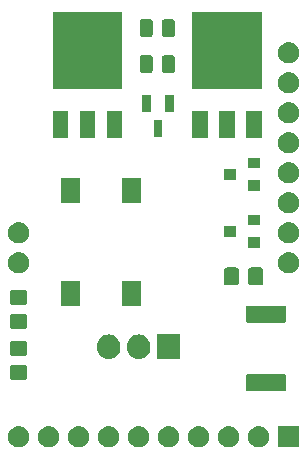
<source format=gbr>
G04 #@! TF.GenerationSoftware,KiCad,Pcbnew,5.1.5+dfsg1-2build2*
G04 #@! TF.CreationDate,2020-10-04T20:54:39+02:00*
G04 #@! TF.ProjectId,transistor_board,7472616e-7369-4737-946f-725f626f6172,rev?*
G04 #@! TF.SameCoordinates,Original*
G04 #@! TF.FileFunction,Soldermask,Bot*
G04 #@! TF.FilePolarity,Negative*
%FSLAX46Y46*%
G04 Gerber Fmt 4.6, Leading zero omitted, Abs format (unit mm)*
G04 Created by KiCad (PCBNEW 5.1.5+dfsg1-2build2) date 2020-10-04 20:54:39*
%MOMM*%
%LPD*%
G04 APERTURE LIST*
%ADD10C,0.100000*%
G04 APERTURE END LIST*
D10*
G36*
X138061000Y-134886000D02*
G01*
X136259000Y-134886000D01*
X136259000Y-133084000D01*
X138061000Y-133084000D01*
X138061000Y-134886000D01*
G37*
G36*
X134733512Y-133088927D02*
G01*
X134882812Y-133118624D01*
X135046784Y-133186544D01*
X135194354Y-133285147D01*
X135319853Y-133410646D01*
X135418456Y-133558216D01*
X135486376Y-133722188D01*
X135521000Y-133896259D01*
X135521000Y-134073741D01*
X135486376Y-134247812D01*
X135418456Y-134411784D01*
X135319853Y-134559354D01*
X135194354Y-134684853D01*
X135046784Y-134783456D01*
X134882812Y-134851376D01*
X134733512Y-134881073D01*
X134708742Y-134886000D01*
X134531258Y-134886000D01*
X134506488Y-134881073D01*
X134357188Y-134851376D01*
X134193216Y-134783456D01*
X134045646Y-134684853D01*
X133920147Y-134559354D01*
X133821544Y-134411784D01*
X133753624Y-134247812D01*
X133719000Y-134073741D01*
X133719000Y-133896259D01*
X133753624Y-133722188D01*
X133821544Y-133558216D01*
X133920147Y-133410646D01*
X134045646Y-133285147D01*
X134193216Y-133186544D01*
X134357188Y-133118624D01*
X134506488Y-133088927D01*
X134531258Y-133084000D01*
X134708742Y-133084000D01*
X134733512Y-133088927D01*
G37*
G36*
X114413512Y-133088927D02*
G01*
X114562812Y-133118624D01*
X114726784Y-133186544D01*
X114874354Y-133285147D01*
X114999853Y-133410646D01*
X115098456Y-133558216D01*
X115166376Y-133722188D01*
X115201000Y-133896259D01*
X115201000Y-134073741D01*
X115166376Y-134247812D01*
X115098456Y-134411784D01*
X114999853Y-134559354D01*
X114874354Y-134684853D01*
X114726784Y-134783456D01*
X114562812Y-134851376D01*
X114413512Y-134881073D01*
X114388742Y-134886000D01*
X114211258Y-134886000D01*
X114186488Y-134881073D01*
X114037188Y-134851376D01*
X113873216Y-134783456D01*
X113725646Y-134684853D01*
X113600147Y-134559354D01*
X113501544Y-134411784D01*
X113433624Y-134247812D01*
X113399000Y-134073741D01*
X113399000Y-133896259D01*
X113433624Y-133722188D01*
X113501544Y-133558216D01*
X113600147Y-133410646D01*
X113725646Y-133285147D01*
X113873216Y-133186544D01*
X114037188Y-133118624D01*
X114186488Y-133088927D01*
X114211258Y-133084000D01*
X114388742Y-133084000D01*
X114413512Y-133088927D01*
G37*
G36*
X116953512Y-133088927D02*
G01*
X117102812Y-133118624D01*
X117266784Y-133186544D01*
X117414354Y-133285147D01*
X117539853Y-133410646D01*
X117638456Y-133558216D01*
X117706376Y-133722188D01*
X117741000Y-133896259D01*
X117741000Y-134073741D01*
X117706376Y-134247812D01*
X117638456Y-134411784D01*
X117539853Y-134559354D01*
X117414354Y-134684853D01*
X117266784Y-134783456D01*
X117102812Y-134851376D01*
X116953512Y-134881073D01*
X116928742Y-134886000D01*
X116751258Y-134886000D01*
X116726488Y-134881073D01*
X116577188Y-134851376D01*
X116413216Y-134783456D01*
X116265646Y-134684853D01*
X116140147Y-134559354D01*
X116041544Y-134411784D01*
X115973624Y-134247812D01*
X115939000Y-134073741D01*
X115939000Y-133896259D01*
X115973624Y-133722188D01*
X116041544Y-133558216D01*
X116140147Y-133410646D01*
X116265646Y-133285147D01*
X116413216Y-133186544D01*
X116577188Y-133118624D01*
X116726488Y-133088927D01*
X116751258Y-133084000D01*
X116928742Y-133084000D01*
X116953512Y-133088927D01*
G37*
G36*
X119493512Y-133088927D02*
G01*
X119642812Y-133118624D01*
X119806784Y-133186544D01*
X119954354Y-133285147D01*
X120079853Y-133410646D01*
X120178456Y-133558216D01*
X120246376Y-133722188D01*
X120281000Y-133896259D01*
X120281000Y-134073741D01*
X120246376Y-134247812D01*
X120178456Y-134411784D01*
X120079853Y-134559354D01*
X119954354Y-134684853D01*
X119806784Y-134783456D01*
X119642812Y-134851376D01*
X119493512Y-134881073D01*
X119468742Y-134886000D01*
X119291258Y-134886000D01*
X119266488Y-134881073D01*
X119117188Y-134851376D01*
X118953216Y-134783456D01*
X118805646Y-134684853D01*
X118680147Y-134559354D01*
X118581544Y-134411784D01*
X118513624Y-134247812D01*
X118479000Y-134073741D01*
X118479000Y-133896259D01*
X118513624Y-133722188D01*
X118581544Y-133558216D01*
X118680147Y-133410646D01*
X118805646Y-133285147D01*
X118953216Y-133186544D01*
X119117188Y-133118624D01*
X119266488Y-133088927D01*
X119291258Y-133084000D01*
X119468742Y-133084000D01*
X119493512Y-133088927D01*
G37*
G36*
X122033512Y-133088927D02*
G01*
X122182812Y-133118624D01*
X122346784Y-133186544D01*
X122494354Y-133285147D01*
X122619853Y-133410646D01*
X122718456Y-133558216D01*
X122786376Y-133722188D01*
X122821000Y-133896259D01*
X122821000Y-134073741D01*
X122786376Y-134247812D01*
X122718456Y-134411784D01*
X122619853Y-134559354D01*
X122494354Y-134684853D01*
X122346784Y-134783456D01*
X122182812Y-134851376D01*
X122033512Y-134881073D01*
X122008742Y-134886000D01*
X121831258Y-134886000D01*
X121806488Y-134881073D01*
X121657188Y-134851376D01*
X121493216Y-134783456D01*
X121345646Y-134684853D01*
X121220147Y-134559354D01*
X121121544Y-134411784D01*
X121053624Y-134247812D01*
X121019000Y-134073741D01*
X121019000Y-133896259D01*
X121053624Y-133722188D01*
X121121544Y-133558216D01*
X121220147Y-133410646D01*
X121345646Y-133285147D01*
X121493216Y-133186544D01*
X121657188Y-133118624D01*
X121806488Y-133088927D01*
X121831258Y-133084000D01*
X122008742Y-133084000D01*
X122033512Y-133088927D01*
G37*
G36*
X127113512Y-133088927D02*
G01*
X127262812Y-133118624D01*
X127426784Y-133186544D01*
X127574354Y-133285147D01*
X127699853Y-133410646D01*
X127798456Y-133558216D01*
X127866376Y-133722188D01*
X127901000Y-133896259D01*
X127901000Y-134073741D01*
X127866376Y-134247812D01*
X127798456Y-134411784D01*
X127699853Y-134559354D01*
X127574354Y-134684853D01*
X127426784Y-134783456D01*
X127262812Y-134851376D01*
X127113512Y-134881073D01*
X127088742Y-134886000D01*
X126911258Y-134886000D01*
X126886488Y-134881073D01*
X126737188Y-134851376D01*
X126573216Y-134783456D01*
X126425646Y-134684853D01*
X126300147Y-134559354D01*
X126201544Y-134411784D01*
X126133624Y-134247812D01*
X126099000Y-134073741D01*
X126099000Y-133896259D01*
X126133624Y-133722188D01*
X126201544Y-133558216D01*
X126300147Y-133410646D01*
X126425646Y-133285147D01*
X126573216Y-133186544D01*
X126737188Y-133118624D01*
X126886488Y-133088927D01*
X126911258Y-133084000D01*
X127088742Y-133084000D01*
X127113512Y-133088927D01*
G37*
G36*
X129653512Y-133088927D02*
G01*
X129802812Y-133118624D01*
X129966784Y-133186544D01*
X130114354Y-133285147D01*
X130239853Y-133410646D01*
X130338456Y-133558216D01*
X130406376Y-133722188D01*
X130441000Y-133896259D01*
X130441000Y-134073741D01*
X130406376Y-134247812D01*
X130338456Y-134411784D01*
X130239853Y-134559354D01*
X130114354Y-134684853D01*
X129966784Y-134783456D01*
X129802812Y-134851376D01*
X129653512Y-134881073D01*
X129628742Y-134886000D01*
X129451258Y-134886000D01*
X129426488Y-134881073D01*
X129277188Y-134851376D01*
X129113216Y-134783456D01*
X128965646Y-134684853D01*
X128840147Y-134559354D01*
X128741544Y-134411784D01*
X128673624Y-134247812D01*
X128639000Y-134073741D01*
X128639000Y-133896259D01*
X128673624Y-133722188D01*
X128741544Y-133558216D01*
X128840147Y-133410646D01*
X128965646Y-133285147D01*
X129113216Y-133186544D01*
X129277188Y-133118624D01*
X129426488Y-133088927D01*
X129451258Y-133084000D01*
X129628742Y-133084000D01*
X129653512Y-133088927D01*
G37*
G36*
X132193512Y-133088927D02*
G01*
X132342812Y-133118624D01*
X132506784Y-133186544D01*
X132654354Y-133285147D01*
X132779853Y-133410646D01*
X132878456Y-133558216D01*
X132946376Y-133722188D01*
X132981000Y-133896259D01*
X132981000Y-134073741D01*
X132946376Y-134247812D01*
X132878456Y-134411784D01*
X132779853Y-134559354D01*
X132654354Y-134684853D01*
X132506784Y-134783456D01*
X132342812Y-134851376D01*
X132193512Y-134881073D01*
X132168742Y-134886000D01*
X131991258Y-134886000D01*
X131966488Y-134881073D01*
X131817188Y-134851376D01*
X131653216Y-134783456D01*
X131505646Y-134684853D01*
X131380147Y-134559354D01*
X131281544Y-134411784D01*
X131213624Y-134247812D01*
X131179000Y-134073741D01*
X131179000Y-133896259D01*
X131213624Y-133722188D01*
X131281544Y-133558216D01*
X131380147Y-133410646D01*
X131505646Y-133285147D01*
X131653216Y-133186544D01*
X131817188Y-133118624D01*
X131966488Y-133088927D01*
X131991258Y-133084000D01*
X132168742Y-133084000D01*
X132193512Y-133088927D01*
G37*
G36*
X124573512Y-133088927D02*
G01*
X124722812Y-133118624D01*
X124886784Y-133186544D01*
X125034354Y-133285147D01*
X125159853Y-133410646D01*
X125258456Y-133558216D01*
X125326376Y-133722188D01*
X125361000Y-133896259D01*
X125361000Y-134073741D01*
X125326376Y-134247812D01*
X125258456Y-134411784D01*
X125159853Y-134559354D01*
X125034354Y-134684853D01*
X124886784Y-134783456D01*
X124722812Y-134851376D01*
X124573512Y-134881073D01*
X124548742Y-134886000D01*
X124371258Y-134886000D01*
X124346488Y-134881073D01*
X124197188Y-134851376D01*
X124033216Y-134783456D01*
X123885646Y-134684853D01*
X123760147Y-134559354D01*
X123661544Y-134411784D01*
X123593624Y-134247812D01*
X123559000Y-134073741D01*
X123559000Y-133896259D01*
X123593624Y-133722188D01*
X123661544Y-133558216D01*
X123760147Y-133410646D01*
X123885646Y-133285147D01*
X124033216Y-133186544D01*
X124197188Y-133118624D01*
X124346488Y-133088927D01*
X124371258Y-133084000D01*
X124548742Y-133084000D01*
X124573512Y-133088927D01*
G37*
G36*
X136827798Y-128670247D02*
G01*
X136863367Y-128681037D01*
X136896139Y-128698554D01*
X136924869Y-128722131D01*
X136948446Y-128750861D01*
X136965963Y-128783633D01*
X136976753Y-128819202D01*
X136981000Y-128862325D01*
X136981000Y-129921675D01*
X136976753Y-129964798D01*
X136965963Y-130000367D01*
X136948446Y-130033139D01*
X136924869Y-130061869D01*
X136896139Y-130085446D01*
X136863367Y-130102963D01*
X136827798Y-130113753D01*
X136784675Y-130118000D01*
X133725325Y-130118000D01*
X133682202Y-130113753D01*
X133646633Y-130102963D01*
X133613861Y-130085446D01*
X133585131Y-130061869D01*
X133561554Y-130033139D01*
X133544037Y-130000367D01*
X133533247Y-129964798D01*
X133529000Y-129921675D01*
X133529000Y-128862325D01*
X133533247Y-128819202D01*
X133544037Y-128783633D01*
X133561554Y-128750861D01*
X133585131Y-128722131D01*
X133613861Y-128698554D01*
X133646633Y-128681037D01*
X133682202Y-128670247D01*
X133725325Y-128666000D01*
X136784675Y-128666000D01*
X136827798Y-128670247D01*
G37*
G36*
X114888674Y-127911465D02*
G01*
X114926367Y-127922899D01*
X114961103Y-127941466D01*
X114991548Y-127966452D01*
X115016534Y-127996897D01*
X115035101Y-128031633D01*
X115046535Y-128069326D01*
X115051000Y-128114661D01*
X115051000Y-128951339D01*
X115046535Y-128996674D01*
X115035101Y-129034367D01*
X115016534Y-129069103D01*
X114991548Y-129099548D01*
X114961103Y-129124534D01*
X114926367Y-129143101D01*
X114888674Y-129154535D01*
X114843339Y-129159000D01*
X113756661Y-129159000D01*
X113711326Y-129154535D01*
X113673633Y-129143101D01*
X113638897Y-129124534D01*
X113608452Y-129099548D01*
X113583466Y-129069103D01*
X113564899Y-129034367D01*
X113553465Y-128996674D01*
X113549000Y-128951339D01*
X113549000Y-128114661D01*
X113553465Y-128069326D01*
X113564899Y-128031633D01*
X113583466Y-127996897D01*
X113608452Y-127966452D01*
X113638897Y-127941466D01*
X113673633Y-127922899D01*
X113711326Y-127911465D01*
X113756661Y-127907000D01*
X114843339Y-127907000D01*
X114888674Y-127911465D01*
G37*
G36*
X122116720Y-125328520D02*
G01*
X122305881Y-125385901D01*
X122480212Y-125479083D01*
X122633015Y-125604485D01*
X122758417Y-125757288D01*
X122802182Y-125839167D01*
X122851598Y-125931617D01*
X122851599Y-125931620D01*
X122908980Y-126120781D01*
X122923500Y-126268207D01*
X122923500Y-126461794D01*
X122908980Y-126609220D01*
X122851599Y-126798381D01*
X122758417Y-126972712D01*
X122633015Y-127125515D01*
X122480212Y-127250917D01*
X122398333Y-127294682D01*
X122305883Y-127344098D01*
X122305880Y-127344099D01*
X122116719Y-127401480D01*
X121920000Y-127420855D01*
X121723280Y-127401480D01*
X121534119Y-127344099D01*
X121359788Y-127250917D01*
X121206985Y-127125515D01*
X121081583Y-126972712D01*
X121008951Y-126836827D01*
X120988402Y-126798383D01*
X120988401Y-126798380D01*
X120931020Y-126609219D01*
X120916500Y-126461793D01*
X120916500Y-126268206D01*
X120931020Y-126120780D01*
X120988401Y-125931619D01*
X121081583Y-125757288D01*
X121206985Y-125604485D01*
X121359788Y-125479083D01*
X121534120Y-125385901D01*
X121723281Y-125328520D01*
X121920000Y-125309145D01*
X122116720Y-125328520D01*
G37*
G36*
X124656720Y-125328520D02*
G01*
X124845881Y-125385901D01*
X125020212Y-125479083D01*
X125173015Y-125604485D01*
X125298417Y-125757288D01*
X125342182Y-125839167D01*
X125391598Y-125931617D01*
X125391599Y-125931620D01*
X125448980Y-126120781D01*
X125463500Y-126268207D01*
X125463500Y-126461794D01*
X125448980Y-126609220D01*
X125391599Y-126798381D01*
X125298417Y-126972712D01*
X125173015Y-127125515D01*
X125020212Y-127250917D01*
X124938333Y-127294682D01*
X124845883Y-127344098D01*
X124845880Y-127344099D01*
X124656719Y-127401480D01*
X124460000Y-127420855D01*
X124263280Y-127401480D01*
X124074119Y-127344099D01*
X123899788Y-127250917D01*
X123746985Y-127125515D01*
X123621583Y-126972712D01*
X123548951Y-126836827D01*
X123528402Y-126798383D01*
X123528401Y-126798380D01*
X123471020Y-126609219D01*
X123456500Y-126461793D01*
X123456500Y-126268206D01*
X123471020Y-126120780D01*
X123528401Y-125931619D01*
X123621583Y-125757288D01*
X123746985Y-125604485D01*
X123899788Y-125479083D01*
X124074120Y-125385901D01*
X124263281Y-125328520D01*
X124460000Y-125309145D01*
X124656720Y-125328520D01*
G37*
G36*
X128003500Y-127416000D02*
G01*
X125996500Y-127416000D01*
X125996500Y-125314000D01*
X128003500Y-125314000D01*
X128003500Y-127416000D01*
G37*
G36*
X114888674Y-125861465D02*
G01*
X114926367Y-125872899D01*
X114961103Y-125891466D01*
X114991548Y-125916452D01*
X115016534Y-125946897D01*
X115035101Y-125981633D01*
X115046535Y-126019326D01*
X115051000Y-126064661D01*
X115051000Y-126901339D01*
X115046535Y-126946674D01*
X115035101Y-126984367D01*
X115016534Y-127019103D01*
X114991548Y-127049548D01*
X114961103Y-127074534D01*
X114926367Y-127093101D01*
X114888674Y-127104535D01*
X114843339Y-127109000D01*
X113756661Y-127109000D01*
X113711326Y-127104535D01*
X113673633Y-127093101D01*
X113638897Y-127074534D01*
X113608452Y-127049548D01*
X113583466Y-127019103D01*
X113564899Y-126984367D01*
X113553465Y-126946674D01*
X113549000Y-126901339D01*
X113549000Y-126064661D01*
X113553465Y-126019326D01*
X113564899Y-125981633D01*
X113583466Y-125946897D01*
X113608452Y-125916452D01*
X113638897Y-125891466D01*
X113673633Y-125872899D01*
X113711326Y-125861465D01*
X113756661Y-125857000D01*
X114843339Y-125857000D01*
X114888674Y-125861465D01*
G37*
G36*
X114888674Y-123593465D02*
G01*
X114926367Y-123604899D01*
X114961103Y-123623466D01*
X114991548Y-123648452D01*
X115016534Y-123678897D01*
X115035101Y-123713633D01*
X115046535Y-123751326D01*
X115051000Y-123796661D01*
X115051000Y-124633339D01*
X115046535Y-124678674D01*
X115035101Y-124716367D01*
X115016534Y-124751103D01*
X114991548Y-124781548D01*
X114961103Y-124806534D01*
X114926367Y-124825101D01*
X114888674Y-124836535D01*
X114843339Y-124841000D01*
X113756661Y-124841000D01*
X113711326Y-124836535D01*
X113673633Y-124825101D01*
X113638897Y-124806534D01*
X113608452Y-124781548D01*
X113583466Y-124751103D01*
X113564899Y-124716367D01*
X113553465Y-124678674D01*
X113549000Y-124633339D01*
X113549000Y-123796661D01*
X113553465Y-123751326D01*
X113564899Y-123713633D01*
X113583466Y-123678897D01*
X113608452Y-123648452D01*
X113638897Y-123623466D01*
X113673633Y-123604899D01*
X113711326Y-123593465D01*
X113756661Y-123589000D01*
X114843339Y-123589000D01*
X114888674Y-123593465D01*
G37*
G36*
X136827798Y-122870247D02*
G01*
X136863367Y-122881037D01*
X136896139Y-122898554D01*
X136924869Y-122922131D01*
X136948446Y-122950861D01*
X136965963Y-122983633D01*
X136976753Y-123019202D01*
X136981000Y-123062325D01*
X136981000Y-124121675D01*
X136976753Y-124164798D01*
X136965963Y-124200367D01*
X136948446Y-124233139D01*
X136924869Y-124261869D01*
X136896139Y-124285446D01*
X136863367Y-124302963D01*
X136827798Y-124313753D01*
X136784675Y-124318000D01*
X133725325Y-124318000D01*
X133682202Y-124313753D01*
X133646633Y-124302963D01*
X133613861Y-124285446D01*
X133585131Y-124261869D01*
X133561554Y-124233139D01*
X133544037Y-124200367D01*
X133533247Y-124164798D01*
X133529000Y-124121675D01*
X133529000Y-123062325D01*
X133533247Y-123019202D01*
X133544037Y-122983633D01*
X133561554Y-122950861D01*
X133585131Y-122922131D01*
X133613861Y-122898554D01*
X133646633Y-122881037D01*
X133682202Y-122870247D01*
X133725325Y-122866000D01*
X136784675Y-122866000D01*
X136827798Y-122870247D01*
G37*
G36*
X119536000Y-122896000D02*
G01*
X117934000Y-122896000D01*
X117934000Y-120794000D01*
X119536000Y-120794000D01*
X119536000Y-122896000D01*
G37*
G36*
X124636000Y-122896000D02*
G01*
X123034000Y-122896000D01*
X123034000Y-120794000D01*
X124636000Y-120794000D01*
X124636000Y-122896000D01*
G37*
G36*
X114888674Y-121543465D02*
G01*
X114926367Y-121554899D01*
X114961103Y-121573466D01*
X114991548Y-121598452D01*
X115016534Y-121628897D01*
X115035101Y-121663633D01*
X115046535Y-121701326D01*
X115051000Y-121746661D01*
X115051000Y-122583339D01*
X115046535Y-122628674D01*
X115035101Y-122666367D01*
X115016534Y-122701103D01*
X114991548Y-122731548D01*
X114961103Y-122756534D01*
X114926367Y-122775101D01*
X114888674Y-122786535D01*
X114843339Y-122791000D01*
X113756661Y-122791000D01*
X113711326Y-122786535D01*
X113673633Y-122775101D01*
X113638897Y-122756534D01*
X113608452Y-122731548D01*
X113583466Y-122701103D01*
X113564899Y-122666367D01*
X113553465Y-122628674D01*
X113549000Y-122583339D01*
X113549000Y-121746661D01*
X113553465Y-121701326D01*
X113564899Y-121663633D01*
X113583466Y-121628897D01*
X113608452Y-121598452D01*
X113638897Y-121573466D01*
X113673633Y-121554899D01*
X113711326Y-121543465D01*
X113756661Y-121539000D01*
X114843339Y-121539000D01*
X114888674Y-121543465D01*
G37*
G36*
X132788674Y-119649465D02*
G01*
X132826367Y-119660899D01*
X132861103Y-119679466D01*
X132891548Y-119704452D01*
X132916534Y-119734897D01*
X132935101Y-119769633D01*
X132946535Y-119807326D01*
X132951000Y-119852661D01*
X132951000Y-120939339D01*
X132946535Y-120984674D01*
X132935101Y-121022367D01*
X132916534Y-121057103D01*
X132891548Y-121087548D01*
X132861103Y-121112534D01*
X132826367Y-121131101D01*
X132788674Y-121142535D01*
X132743339Y-121147000D01*
X131906661Y-121147000D01*
X131861326Y-121142535D01*
X131823633Y-121131101D01*
X131788897Y-121112534D01*
X131758452Y-121087548D01*
X131733466Y-121057103D01*
X131714899Y-121022367D01*
X131703465Y-120984674D01*
X131699000Y-120939339D01*
X131699000Y-119852661D01*
X131703465Y-119807326D01*
X131714899Y-119769633D01*
X131733466Y-119734897D01*
X131758452Y-119704452D01*
X131788897Y-119679466D01*
X131823633Y-119660899D01*
X131861326Y-119649465D01*
X131906661Y-119645000D01*
X132743339Y-119645000D01*
X132788674Y-119649465D01*
G37*
G36*
X134838674Y-119649465D02*
G01*
X134876367Y-119660899D01*
X134911103Y-119679466D01*
X134941548Y-119704452D01*
X134966534Y-119734897D01*
X134985101Y-119769633D01*
X134996535Y-119807326D01*
X135001000Y-119852661D01*
X135001000Y-120939339D01*
X134996535Y-120984674D01*
X134985101Y-121022367D01*
X134966534Y-121057103D01*
X134941548Y-121087548D01*
X134911103Y-121112534D01*
X134876367Y-121131101D01*
X134838674Y-121142535D01*
X134793339Y-121147000D01*
X133956661Y-121147000D01*
X133911326Y-121142535D01*
X133873633Y-121131101D01*
X133838897Y-121112534D01*
X133808452Y-121087548D01*
X133783466Y-121057103D01*
X133764899Y-121022367D01*
X133753465Y-120984674D01*
X133749000Y-120939339D01*
X133749000Y-119852661D01*
X133753465Y-119807326D01*
X133764899Y-119769633D01*
X133783466Y-119734897D01*
X133808452Y-119704452D01*
X133838897Y-119679466D01*
X133873633Y-119660899D01*
X133911326Y-119649465D01*
X133956661Y-119645000D01*
X134793339Y-119645000D01*
X134838674Y-119649465D01*
G37*
G36*
X137273512Y-118356927D02*
G01*
X137422812Y-118386624D01*
X137586784Y-118454544D01*
X137734354Y-118553147D01*
X137859853Y-118678646D01*
X137958456Y-118826216D01*
X138026376Y-118990188D01*
X138061000Y-119164259D01*
X138061000Y-119341741D01*
X138026376Y-119515812D01*
X137958456Y-119679784D01*
X137859853Y-119827354D01*
X137734354Y-119952853D01*
X137586784Y-120051456D01*
X137422812Y-120119376D01*
X137273512Y-120149073D01*
X137248742Y-120154000D01*
X137071258Y-120154000D01*
X137046488Y-120149073D01*
X136897188Y-120119376D01*
X136733216Y-120051456D01*
X136585646Y-119952853D01*
X136460147Y-119827354D01*
X136361544Y-119679784D01*
X136293624Y-119515812D01*
X136259000Y-119341741D01*
X136259000Y-119164259D01*
X136293624Y-118990188D01*
X136361544Y-118826216D01*
X136460147Y-118678646D01*
X136585646Y-118553147D01*
X136733216Y-118454544D01*
X136897188Y-118386624D01*
X137046488Y-118356927D01*
X137071258Y-118352000D01*
X137248742Y-118352000D01*
X137273512Y-118356927D01*
G37*
G36*
X114413512Y-118356927D02*
G01*
X114562812Y-118386624D01*
X114726784Y-118454544D01*
X114874354Y-118553147D01*
X114999853Y-118678646D01*
X115098456Y-118826216D01*
X115166376Y-118990188D01*
X115201000Y-119164259D01*
X115201000Y-119341741D01*
X115166376Y-119515812D01*
X115098456Y-119679784D01*
X114999853Y-119827354D01*
X114874354Y-119952853D01*
X114726784Y-120051456D01*
X114562812Y-120119376D01*
X114413512Y-120149073D01*
X114388742Y-120154000D01*
X114211258Y-120154000D01*
X114186488Y-120149073D01*
X114037188Y-120119376D01*
X113873216Y-120051456D01*
X113725646Y-119952853D01*
X113600147Y-119827354D01*
X113501544Y-119679784D01*
X113433624Y-119515812D01*
X113399000Y-119341741D01*
X113399000Y-119164259D01*
X113433624Y-118990188D01*
X113501544Y-118826216D01*
X113600147Y-118678646D01*
X113725646Y-118553147D01*
X113873216Y-118454544D01*
X114037188Y-118386624D01*
X114186488Y-118356927D01*
X114211258Y-118352000D01*
X114388742Y-118352000D01*
X114413512Y-118356927D01*
G37*
G36*
X134724000Y-117987000D02*
G01*
X133722000Y-117987000D01*
X133722000Y-117085000D01*
X134724000Y-117085000D01*
X134724000Y-117987000D01*
G37*
G36*
X137273512Y-115816927D02*
G01*
X137422812Y-115846624D01*
X137586784Y-115914544D01*
X137734354Y-116013147D01*
X137859853Y-116138646D01*
X137958456Y-116286216D01*
X138026376Y-116450188D01*
X138061000Y-116624259D01*
X138061000Y-116801741D01*
X138026376Y-116975812D01*
X137958456Y-117139784D01*
X137859853Y-117287354D01*
X137734354Y-117412853D01*
X137586784Y-117511456D01*
X137422812Y-117579376D01*
X137273512Y-117609073D01*
X137248742Y-117614000D01*
X137071258Y-117614000D01*
X137046488Y-117609073D01*
X136897188Y-117579376D01*
X136733216Y-117511456D01*
X136585646Y-117412853D01*
X136460147Y-117287354D01*
X136361544Y-117139784D01*
X136293624Y-116975812D01*
X136259000Y-116801741D01*
X136259000Y-116624259D01*
X136293624Y-116450188D01*
X136361544Y-116286216D01*
X136460147Y-116138646D01*
X136585646Y-116013147D01*
X136733216Y-115914544D01*
X136897188Y-115846624D01*
X137046488Y-115816927D01*
X137071258Y-115812000D01*
X137248742Y-115812000D01*
X137273512Y-115816927D01*
G37*
G36*
X114413512Y-115816927D02*
G01*
X114562812Y-115846624D01*
X114726784Y-115914544D01*
X114874354Y-116013147D01*
X114999853Y-116138646D01*
X115098456Y-116286216D01*
X115166376Y-116450188D01*
X115201000Y-116624259D01*
X115201000Y-116801741D01*
X115166376Y-116975812D01*
X115098456Y-117139784D01*
X114999853Y-117287354D01*
X114874354Y-117412853D01*
X114726784Y-117511456D01*
X114562812Y-117579376D01*
X114413512Y-117609073D01*
X114388742Y-117614000D01*
X114211258Y-117614000D01*
X114186488Y-117609073D01*
X114037188Y-117579376D01*
X113873216Y-117511456D01*
X113725646Y-117412853D01*
X113600147Y-117287354D01*
X113501544Y-117139784D01*
X113433624Y-116975812D01*
X113399000Y-116801741D01*
X113399000Y-116624259D01*
X113433624Y-116450188D01*
X113501544Y-116286216D01*
X113600147Y-116138646D01*
X113725646Y-116013147D01*
X113873216Y-115914544D01*
X114037188Y-115846624D01*
X114186488Y-115816927D01*
X114211258Y-115812000D01*
X114388742Y-115812000D01*
X114413512Y-115816927D01*
G37*
G36*
X132724000Y-117037000D02*
G01*
X131722000Y-117037000D01*
X131722000Y-116135000D01*
X132724000Y-116135000D01*
X132724000Y-117037000D01*
G37*
G36*
X134724000Y-116087000D02*
G01*
X133722000Y-116087000D01*
X133722000Y-115185000D01*
X134724000Y-115185000D01*
X134724000Y-116087000D01*
G37*
G36*
X137273512Y-113276927D02*
G01*
X137422812Y-113306624D01*
X137586784Y-113374544D01*
X137734354Y-113473147D01*
X137859853Y-113598646D01*
X137958456Y-113746216D01*
X138026376Y-113910188D01*
X138061000Y-114084259D01*
X138061000Y-114261741D01*
X138026376Y-114435812D01*
X137958456Y-114599784D01*
X137859853Y-114747354D01*
X137734354Y-114872853D01*
X137586784Y-114971456D01*
X137422812Y-115039376D01*
X137273512Y-115069073D01*
X137248742Y-115074000D01*
X137071258Y-115074000D01*
X137046488Y-115069073D01*
X136897188Y-115039376D01*
X136733216Y-114971456D01*
X136585646Y-114872853D01*
X136460147Y-114747354D01*
X136361544Y-114599784D01*
X136293624Y-114435812D01*
X136259000Y-114261741D01*
X136259000Y-114084259D01*
X136293624Y-113910188D01*
X136361544Y-113746216D01*
X136460147Y-113598646D01*
X136585646Y-113473147D01*
X136733216Y-113374544D01*
X136897188Y-113306624D01*
X137046488Y-113276927D01*
X137071258Y-113272000D01*
X137248742Y-113272000D01*
X137273512Y-113276927D01*
G37*
G36*
X119536000Y-114156000D02*
G01*
X117934000Y-114156000D01*
X117934000Y-112054000D01*
X119536000Y-112054000D01*
X119536000Y-114156000D01*
G37*
G36*
X124636000Y-114156000D02*
G01*
X123034000Y-114156000D01*
X123034000Y-112054000D01*
X124636000Y-112054000D01*
X124636000Y-114156000D01*
G37*
G36*
X134724000Y-113161000D02*
G01*
X133722000Y-113161000D01*
X133722000Y-112259000D01*
X134724000Y-112259000D01*
X134724000Y-113161000D01*
G37*
G36*
X137273512Y-110736927D02*
G01*
X137422812Y-110766624D01*
X137586784Y-110834544D01*
X137734354Y-110933147D01*
X137859853Y-111058646D01*
X137958456Y-111206216D01*
X138026376Y-111370188D01*
X138061000Y-111544259D01*
X138061000Y-111721741D01*
X138026376Y-111895812D01*
X137958456Y-112059784D01*
X137859853Y-112207354D01*
X137734354Y-112332853D01*
X137586784Y-112431456D01*
X137422812Y-112499376D01*
X137273512Y-112529073D01*
X137248742Y-112534000D01*
X137071258Y-112534000D01*
X137046488Y-112529073D01*
X136897188Y-112499376D01*
X136733216Y-112431456D01*
X136585646Y-112332853D01*
X136460147Y-112207354D01*
X136361544Y-112059784D01*
X136293624Y-111895812D01*
X136259000Y-111721741D01*
X136259000Y-111544259D01*
X136293624Y-111370188D01*
X136361544Y-111206216D01*
X136460147Y-111058646D01*
X136585646Y-110933147D01*
X136733216Y-110834544D01*
X136897188Y-110766624D01*
X137046488Y-110736927D01*
X137071258Y-110732000D01*
X137248742Y-110732000D01*
X137273512Y-110736927D01*
G37*
G36*
X132724000Y-112211000D02*
G01*
X131722000Y-112211000D01*
X131722000Y-111309000D01*
X132724000Y-111309000D01*
X132724000Y-112211000D01*
G37*
G36*
X134724000Y-111261000D02*
G01*
X133722000Y-111261000D01*
X133722000Y-110359000D01*
X134724000Y-110359000D01*
X134724000Y-111261000D01*
G37*
G36*
X137273512Y-108196927D02*
G01*
X137422812Y-108226624D01*
X137586784Y-108294544D01*
X137734354Y-108393147D01*
X137859853Y-108518646D01*
X137958456Y-108666216D01*
X138026376Y-108830188D01*
X138061000Y-109004259D01*
X138061000Y-109181741D01*
X138026376Y-109355812D01*
X137958456Y-109519784D01*
X137859853Y-109667354D01*
X137734354Y-109792853D01*
X137586784Y-109891456D01*
X137422812Y-109959376D01*
X137273512Y-109989073D01*
X137248742Y-109994000D01*
X137071258Y-109994000D01*
X137046488Y-109989073D01*
X136897188Y-109959376D01*
X136733216Y-109891456D01*
X136585646Y-109792853D01*
X136460147Y-109667354D01*
X136361544Y-109519784D01*
X136293624Y-109355812D01*
X136259000Y-109181741D01*
X136259000Y-109004259D01*
X136293624Y-108830188D01*
X136361544Y-108666216D01*
X136460147Y-108518646D01*
X136585646Y-108393147D01*
X136733216Y-108294544D01*
X136897188Y-108226624D01*
X137046488Y-108196927D01*
X137071258Y-108192000D01*
X137248742Y-108192000D01*
X137273512Y-108196927D01*
G37*
G36*
X123073000Y-108694000D02*
G01*
X121771000Y-108694000D01*
X121771000Y-106392000D01*
X123073000Y-106392000D01*
X123073000Y-108694000D01*
G37*
G36*
X120793000Y-108694000D02*
G01*
X119491000Y-108694000D01*
X119491000Y-106392000D01*
X120793000Y-106392000D01*
X120793000Y-108694000D01*
G37*
G36*
X130325000Y-108694000D02*
G01*
X129023000Y-108694000D01*
X129023000Y-106392000D01*
X130325000Y-106392000D01*
X130325000Y-108694000D01*
G37*
G36*
X132605000Y-108694000D02*
G01*
X131303000Y-108694000D01*
X131303000Y-106392000D01*
X132605000Y-106392000D01*
X132605000Y-108694000D01*
G37*
G36*
X134885000Y-108694000D02*
G01*
X133583000Y-108694000D01*
X133583000Y-106392000D01*
X134885000Y-106392000D01*
X134885000Y-108694000D01*
G37*
G36*
X118513000Y-108694000D02*
G01*
X117211000Y-108694000D01*
X117211000Y-106392000D01*
X118513000Y-106392000D01*
X118513000Y-108694000D01*
G37*
G36*
X126470000Y-108570000D02*
G01*
X125730000Y-108570000D01*
X125730000Y-107130000D01*
X126470000Y-107130000D01*
X126470000Y-108570000D01*
G37*
G36*
X137273512Y-105656927D02*
G01*
X137422812Y-105686624D01*
X137586784Y-105754544D01*
X137734354Y-105853147D01*
X137859853Y-105978646D01*
X137958456Y-106126216D01*
X138026376Y-106290188D01*
X138061000Y-106464259D01*
X138061000Y-106641741D01*
X138026376Y-106815812D01*
X137958456Y-106979784D01*
X137859853Y-107127354D01*
X137734354Y-107252853D01*
X137586784Y-107351456D01*
X137422812Y-107419376D01*
X137273512Y-107449073D01*
X137248742Y-107454000D01*
X137071258Y-107454000D01*
X137046488Y-107449073D01*
X136897188Y-107419376D01*
X136733216Y-107351456D01*
X136585646Y-107252853D01*
X136460147Y-107127354D01*
X136361544Y-106979784D01*
X136293624Y-106815812D01*
X136259000Y-106641741D01*
X136259000Y-106464259D01*
X136293624Y-106290188D01*
X136361544Y-106126216D01*
X136460147Y-105978646D01*
X136585646Y-105853147D01*
X136733216Y-105754544D01*
X136897188Y-105686624D01*
X137046488Y-105656927D01*
X137071258Y-105652000D01*
X137248742Y-105652000D01*
X137273512Y-105656927D01*
G37*
G36*
X125520000Y-106470000D02*
G01*
X124780000Y-106470000D01*
X124780000Y-105030000D01*
X125520000Y-105030000D01*
X125520000Y-106470000D01*
G37*
G36*
X127420000Y-106470000D02*
G01*
X126680000Y-106470000D01*
X126680000Y-105030000D01*
X127420000Y-105030000D01*
X127420000Y-106470000D01*
G37*
G36*
X137266423Y-103115517D02*
G01*
X137422812Y-103146624D01*
X137586784Y-103214544D01*
X137734354Y-103313147D01*
X137859853Y-103438646D01*
X137958456Y-103586216D01*
X138026376Y-103750188D01*
X138061000Y-103924259D01*
X138061000Y-104101741D01*
X138026376Y-104275812D01*
X137958456Y-104439784D01*
X137859853Y-104587354D01*
X137734354Y-104712853D01*
X137586784Y-104811456D01*
X137422812Y-104879376D01*
X137273512Y-104909073D01*
X137248742Y-104914000D01*
X137071258Y-104914000D01*
X137046488Y-104909073D01*
X136897188Y-104879376D01*
X136733216Y-104811456D01*
X136585646Y-104712853D01*
X136460147Y-104587354D01*
X136361544Y-104439784D01*
X136293624Y-104275812D01*
X136259000Y-104101741D01*
X136259000Y-103924259D01*
X136293624Y-103750188D01*
X136361544Y-103586216D01*
X136460147Y-103438646D01*
X136585646Y-103313147D01*
X136733216Y-103214544D01*
X136897188Y-103146624D01*
X137053577Y-103115517D01*
X137071258Y-103112000D01*
X137248742Y-103112000D01*
X137266423Y-103115517D01*
G37*
G36*
X123093000Y-104494000D02*
G01*
X117191000Y-104494000D01*
X117191000Y-97992000D01*
X123093000Y-97992000D01*
X123093000Y-104494000D01*
G37*
G36*
X134905000Y-104494000D02*
G01*
X129003000Y-104494000D01*
X129003000Y-97992000D01*
X134905000Y-97992000D01*
X134905000Y-104494000D01*
G37*
G36*
X127356968Y-101679065D02*
G01*
X127395638Y-101690796D01*
X127431277Y-101709846D01*
X127462517Y-101735483D01*
X127488154Y-101766723D01*
X127507204Y-101802362D01*
X127518935Y-101841032D01*
X127523500Y-101887388D01*
X127523500Y-102963612D01*
X127518935Y-103009968D01*
X127507204Y-103048638D01*
X127488154Y-103084277D01*
X127462517Y-103115517D01*
X127431277Y-103141154D01*
X127395638Y-103160204D01*
X127356968Y-103171935D01*
X127310612Y-103176500D01*
X126659388Y-103176500D01*
X126613032Y-103171935D01*
X126574362Y-103160204D01*
X126538723Y-103141154D01*
X126507483Y-103115517D01*
X126481846Y-103084277D01*
X126462796Y-103048638D01*
X126451065Y-103009968D01*
X126446500Y-102963612D01*
X126446500Y-101887388D01*
X126451065Y-101841032D01*
X126462796Y-101802362D01*
X126481846Y-101766723D01*
X126507483Y-101735483D01*
X126538723Y-101709846D01*
X126574362Y-101690796D01*
X126613032Y-101679065D01*
X126659388Y-101674500D01*
X127310612Y-101674500D01*
X127356968Y-101679065D01*
G37*
G36*
X125481968Y-101679065D02*
G01*
X125520638Y-101690796D01*
X125556277Y-101709846D01*
X125587517Y-101735483D01*
X125613154Y-101766723D01*
X125632204Y-101802362D01*
X125643935Y-101841032D01*
X125648500Y-101887388D01*
X125648500Y-102963612D01*
X125643935Y-103009968D01*
X125632204Y-103048638D01*
X125613154Y-103084277D01*
X125587517Y-103115517D01*
X125556277Y-103141154D01*
X125520638Y-103160204D01*
X125481968Y-103171935D01*
X125435612Y-103176500D01*
X124784388Y-103176500D01*
X124738032Y-103171935D01*
X124699362Y-103160204D01*
X124663723Y-103141154D01*
X124632483Y-103115517D01*
X124606846Y-103084277D01*
X124587796Y-103048638D01*
X124576065Y-103009968D01*
X124571500Y-102963612D01*
X124571500Y-101887388D01*
X124576065Y-101841032D01*
X124587796Y-101802362D01*
X124606846Y-101766723D01*
X124632483Y-101735483D01*
X124663723Y-101709846D01*
X124699362Y-101690796D01*
X124738032Y-101679065D01*
X124784388Y-101674500D01*
X125435612Y-101674500D01*
X125481968Y-101679065D01*
G37*
G36*
X137273512Y-100576927D02*
G01*
X137422812Y-100606624D01*
X137586784Y-100674544D01*
X137734354Y-100773147D01*
X137859853Y-100898646D01*
X137958456Y-101046216D01*
X138026376Y-101210188D01*
X138061000Y-101384259D01*
X138061000Y-101561741D01*
X138026376Y-101735812D01*
X137958456Y-101899784D01*
X137859853Y-102047354D01*
X137734354Y-102172853D01*
X137586784Y-102271456D01*
X137422812Y-102339376D01*
X137273512Y-102369073D01*
X137248742Y-102374000D01*
X137071258Y-102374000D01*
X137046488Y-102369073D01*
X136897188Y-102339376D01*
X136733216Y-102271456D01*
X136585646Y-102172853D01*
X136460147Y-102047354D01*
X136361544Y-101899784D01*
X136293624Y-101735812D01*
X136259000Y-101561741D01*
X136259000Y-101384259D01*
X136293624Y-101210188D01*
X136361544Y-101046216D01*
X136460147Y-100898646D01*
X136585646Y-100773147D01*
X136733216Y-100674544D01*
X136897188Y-100606624D01*
X137046488Y-100576927D01*
X137071258Y-100572000D01*
X137248742Y-100572000D01*
X137273512Y-100576927D01*
G37*
G36*
X127356968Y-98631065D02*
G01*
X127395638Y-98642796D01*
X127431277Y-98661846D01*
X127462517Y-98687483D01*
X127488154Y-98718723D01*
X127507204Y-98754362D01*
X127518935Y-98793032D01*
X127523500Y-98839388D01*
X127523500Y-99915612D01*
X127518935Y-99961968D01*
X127507204Y-100000638D01*
X127488154Y-100036277D01*
X127462517Y-100067517D01*
X127431277Y-100093154D01*
X127395638Y-100112204D01*
X127356968Y-100123935D01*
X127310612Y-100128500D01*
X126659388Y-100128500D01*
X126613032Y-100123935D01*
X126574362Y-100112204D01*
X126538723Y-100093154D01*
X126507483Y-100067517D01*
X126481846Y-100036277D01*
X126462796Y-100000638D01*
X126451065Y-99961968D01*
X126446500Y-99915612D01*
X126446500Y-98839388D01*
X126451065Y-98793032D01*
X126462796Y-98754362D01*
X126481846Y-98718723D01*
X126507483Y-98687483D01*
X126538723Y-98661846D01*
X126574362Y-98642796D01*
X126613032Y-98631065D01*
X126659388Y-98626500D01*
X127310612Y-98626500D01*
X127356968Y-98631065D01*
G37*
G36*
X125481968Y-98631065D02*
G01*
X125520638Y-98642796D01*
X125556277Y-98661846D01*
X125587517Y-98687483D01*
X125613154Y-98718723D01*
X125632204Y-98754362D01*
X125643935Y-98793032D01*
X125648500Y-98839388D01*
X125648500Y-99915612D01*
X125643935Y-99961968D01*
X125632204Y-100000638D01*
X125613154Y-100036277D01*
X125587517Y-100067517D01*
X125556277Y-100093154D01*
X125520638Y-100112204D01*
X125481968Y-100123935D01*
X125435612Y-100128500D01*
X124784388Y-100128500D01*
X124738032Y-100123935D01*
X124699362Y-100112204D01*
X124663723Y-100093154D01*
X124632483Y-100067517D01*
X124606846Y-100036277D01*
X124587796Y-100000638D01*
X124576065Y-99961968D01*
X124571500Y-99915612D01*
X124571500Y-98839388D01*
X124576065Y-98793032D01*
X124587796Y-98754362D01*
X124606846Y-98718723D01*
X124632483Y-98687483D01*
X124663723Y-98661846D01*
X124699362Y-98642796D01*
X124738032Y-98631065D01*
X124784388Y-98626500D01*
X125435612Y-98626500D01*
X125481968Y-98631065D01*
G37*
M02*

</source>
